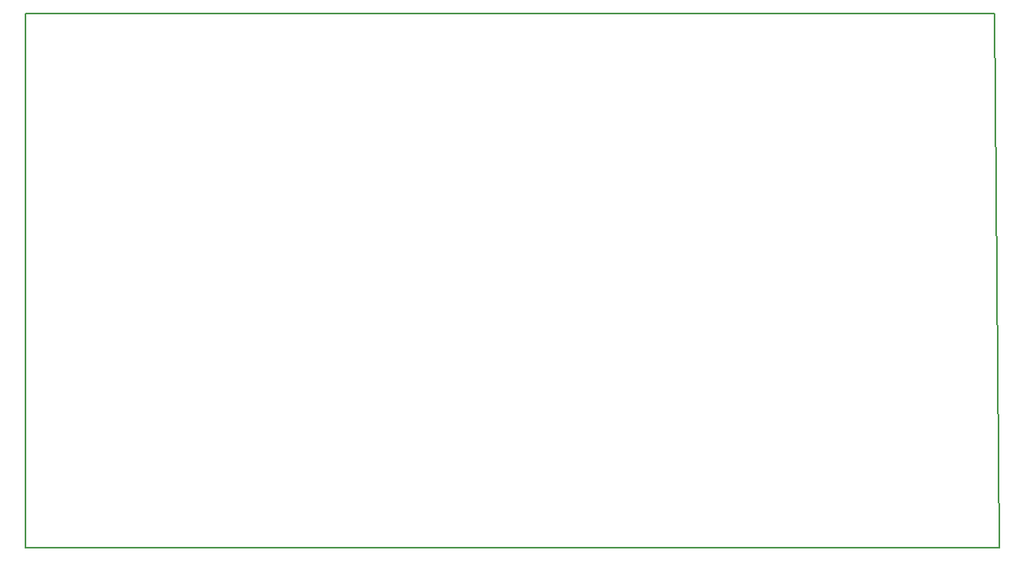
<source format=gbr>
G04 #@! TF.GenerationSoftware,KiCad,Pcbnew,5.0.2+dfsg1-1*
G04 #@! TF.CreationDate,2020-02-13T15:26:16-05:00*
G04 #@! TF.ProjectId,poolV1,706f6f6c-5631-42e6-9b69-6361645f7063,rev?*
G04 #@! TF.SameCoordinates,Original*
G04 #@! TF.FileFunction,Profile,NP*
%FSLAX46Y46*%
G04 Gerber Fmt 4.6, Leading zero omitted, Abs format (unit mm)*
G04 Created by KiCad (PCBNEW 5.0.2+dfsg1-1) date Thu 13 Feb 2020 03:26:16 PM -05*
%MOMM*%
%LPD*%
G01*
G04 APERTURE LIST*
%ADD10C,0.150000*%
G04 APERTURE END LIST*
D10*
X207010000Y-121666000D02*
X103378000Y-121666000D01*
X206502000Y-64770000D02*
X207010000Y-121666000D01*
X103378000Y-64770000D02*
X206502000Y-64770000D01*
X103378000Y-121666000D02*
X103378000Y-64770000D01*
M02*

</source>
